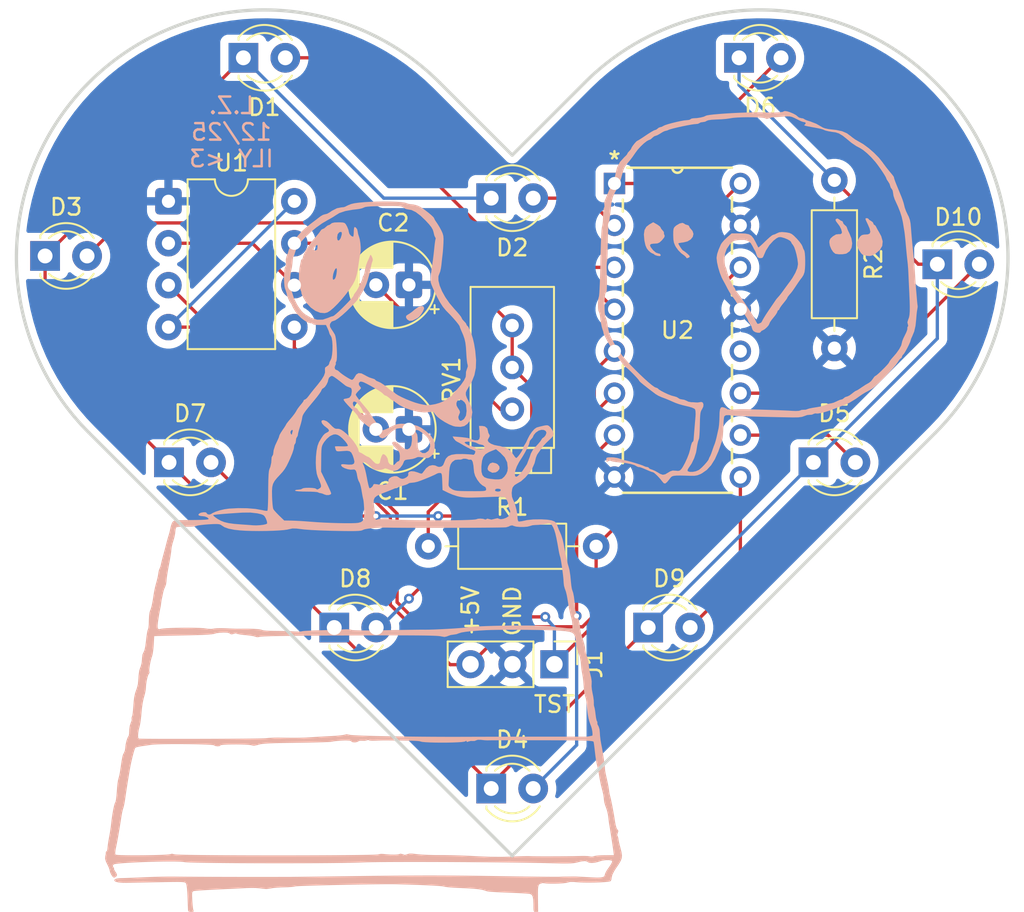
<source format=kicad_pcb>
(kicad_pcb (version 20241229) (generator "pcbnew") (generator_version "9.0")
  (layers (0 "F.Cu" signal) (2 "B.Cu" signal) (13 "F.Paste" user) (15 "B.Paste" user) (5 "F.SilkS" user "F.Silkscreen") (7 "B.SilkS" user "B.Silkscreen") (1 "F.Mask" user) (3 "B.Mask" user) (25 "Edge.Cuts" user))
  (net 0 "")
  (net 1 "GND")
  (net 2 "Net-(U1-CV)")
  (net 3 "TR")
  (net 4 "Net-(D1-A)")
  (net 5 "Net-(D1-K)")
  (net 6 "Net-(D2-A)")
  (net 7 "Net-(D3-A)")
  (net 8 "Net-(D4-A)")
  (net 9 "Net-(D5-A)")
  (net 10 "Net-(D6-A)")
  (net 11 "Net-(D7-A)")
  (net 12 "Net-(D8-A)")
  (net 13 "Net-(D9-A)")
  (net 14 "Net-(D10-A)")
  (net 15 "+5V")
  (net 16 "OUT")
  (net 17 "Net-(U1-DIS)")
  (footprint "LED_THT:LED_D3.0mm" (layer "F.Cu") (at 175.73 56)
    (property "Reference" "D10" (at 1.27 -2.85 0) (layer "F.SilkS"))
    (property "Value" "LED")
    (pad "1" thru_hole rect (at 0 0) (size 1.8 1.8) (drill 0.9) (layers "*.Cu" "*.Mask") (net 5 "Net-(D1-K)"))
    (pad "2" thru_hole circle (at 2.54 0) (size 1.8 1.8) (drill 0.9) (layers "*.Cu" "*.Mask") (net 14 "Net-(D10-A)"))
  )
  (footprint "LED_THT:LED_D3.0mm" (layer "F.Cu") (at 121.73 55.5)
    (property "Reference" "D3" (at 1.27 -2.96 0) (layer "F.SilkS"))
    (property "Value" "LED")
    (pad "1" thru_hole rect (at 0 0) (size 1.8 1.8) (drill 0.9) (layers "*.Cu" "*.Mask") (net 5 "Net-(D1-K)"))
    (pad "2" thru_hole circle (at 2.54 0) (size 1.8 1.8) (drill 0.9) (layers "*.Cu" "*.Mask") (net 7 "Net-(D3-A)"))
  )
  (footprint "LED_THT:LED_D3.0mm" (layer "F.Cu") (at 148.73 87.75)
    (property "Reference" "D4" (at 1.27 -2.96 0) (layer "F.SilkS"))
    (property "Value" "LED")
    (pad "1" thru_hole rect (at 0 0) (size 1.8 1.8) (drill 0.9) (layers "*.Cu" "*.Mask") (net 5 "Net-(D1-K)"))
    (pad "2" thru_hole circle (at 2.54 0) (size 1.8 1.8) (drill 0.9) (layers "*.Cu" "*.Mask") (net 8 "Net-(D4-A)"))
  )
  (footprint "Capacitor_THT:CP_Radial_D5.0mm_P2.00mm" (layer "F.Cu") (at 143.75 57.25 180)
    (property "Reference" "C2" (at 0.95 3.75 0) (layer "F.SilkS"))
    (property "Value" "1 uF")
    (pad "1" thru_hole roundrect (at 0 0 180) (size 1.6 1.6) (drill 0.8) (layers "*.Cu" "*.Mask") (roundrect_rratio 0.15625) (net 1 "GND"))
    (pad "2" thru_hole circle (at 2 0 180) (size 1.6 1.6) (drill 0.8) (layers "*.Cu" "*.Mask") (net 3 "TR"))
  )
  (footprint "Resistor_THT:R_Axial_DIN0207_L6.3mm_D2.5mm_P10.16mm_Horizontal" (layer "F.Cu") (at 169.5 50.92 -90)
    (property "Reference" "R2" (at 5.08 -2.37 90) (layer "F.SilkS"))
    (property "Value" "470")
    (pad "1" thru_hole circle (at 0 0 270) (size 1.6 1.6) (drill 0.8) (layers "*.Cu" "*.Mask") (net 5 "Net-(D1-K)"))
    (pad "2" thru_hole circle (at 10.16 0 270) (size 1.6 1.6) (drill 0.8) (layers "*.Cu" "*.Mask") (net 1 "GND"))
  )
  (footprint "Resistor_THT:R_Axial_DIN0207_L6.3mm_D2.5mm_P10.16mm_Horizontal" (layer "F.Cu") (at 155.08 73.08 180)
    (property "Reference" "R1" (at 5.08 2.37 0) (layer "F.SilkS"))
    (property "Value" "1k")
    (pad "1" thru_hole circle (at 0 0 180) (size 1.6 1.6) (drill 0.8) (layers "*.Cu" "*.Mask") (net 15 "+5V"))
    (pad "2" thru_hole circle (at 10.16 0 180) (size 1.6 1.6) (drill 0.8) (layers "*.Cu" "*.Mask") (net 17 "Net-(U1-DIS)"))
  )
  (footprint "LED_THT:LED_D3.0mm" (layer "F.Cu") (at 158.23 78)
    (property "Reference" "D9" (at 1.27 -2.96 0) (layer "F.SilkS"))
    (property "Value" "LED")
    (pad "1" thru_hole rect (at 0 0) (size 1.8 1.8) (drill 0.9) (layers "*.Cu" "*.Mask") (net 5 "Net-(D1-K)"))
    (pad "2" thru_hole circle (at 2.54 0) (size 1.8 1.8) (drill 0.9) (layers "*.Cu" "*.Mask") (net 13 "Net-(D9-A)"))
  )
  (footprint "LED_THT:LED_D3.0mm" (layer "F.Cu") (at 139.23 78)
    (property "Reference" "D8" (at 1.27 -2.96 0) (layer "F.SilkS"))
    (property "Value" "LED")
    (pad "1" thru_hole rect (at 0 0) (size 1.8 1.8) (drill 0.9) (layers "*.Cu" "*.Mask") (net 5 "Net-(D1-K)"))
    (pad "2" thru_hole circle (at 2.54 0) (size 1.8 1.8) (drill 0.9) (layers "*.Cu" "*.Mask") (net 12 "Net-(D8-A)"))
  )
  (footprint "LED_THT:LED_D3.0mm" (layer "F.Cu") (at 129.23 68)
    (property "Reference" "D7" (at 1.27 -2.96 0) (layer "F.SilkS"))
    (property "Value" "LED")
    (pad "1" thru_hole rect (at 0 0) (size 1.8 1.8) (drill 0.9) (layers "*.Cu" "*.Mask") (net 5 "Net-(D1-K)"))
    (pad "2" thru_hole circle (at 2.54 0) (size 1.8 1.8) (drill 0.9) (layers "*.Cu" "*.Mask") (net 11 "Net-(D7-A)"))
  )
  (footprint "LED_THT:LED_D3.0mm" (layer "F.Cu") (at 148.73 52)
    (property "Reference" "D2" (at 1.27 3 0) (layer "F.SilkS"))
    (property "Value" "LED")
    (pad "1" thru_hole rect (at 0 0) (size 1.8 1.8) (drill 0.9) (layers "*.Cu" "*.Mask") (net 5 "Net-(D1-K)"))
    (pad "2" thru_hole circle (at 2.54 0) (size 1.8 1.8) (drill 0.9) (layers "*.Cu" "*.Mask") (net 6 "Net-(D2-A)"))
  )
  (footprint "Package_DIP:DIP-8_W7.62mm" (layer "F.Cu") (at 129.195 52.19)
    (property "Reference" "U1" (at 3.81 -2.33 0) (layer "F.SilkS"))
    (property "Value" "NE555P")
    (pad "1" thru_hole roundrect (at 0 0) (size 1.6 1.6) (drill 0.8) (layers "*.Cu" "*.Mask") (roundrect_rratio 0.15625) (net 1 "GND"))
    (pad "2" thru_hole circle (at 0 2.54) (size 1.6 1.6) (drill 0.8) (layers "*.Cu" "*.Mask") (net 3 "TR"))
    (pad "3" thru_hole circle (at 0 5.08) (size 1.6 1.6) (drill 0.8) (layers "*.Cu" "*.Mask") (net 16 "OUT"))
    (pad "4" thru_hole circle (at 0 7.62) (size 1.6 1.6) (drill 0.8) (layers "*.Cu" "*.Mask") (net 15 "+5V"))
    (pad "5" thru_hole circle (at 7.62 7.62) (size 1.6 1.6) (drill 0.8) (layers "*.Cu" "*.Mask") (net 2 "Net-(U1-CV)"))
    (pad "6" thru_hole circle (at 7.62 5.08) (size 1.6 1.6) (drill 0.8) (layers "*.Cu" "*.Mask") (net 3 "TR"))
    (pad "7" thru_hole circle (at 7.62 2.54) (size 1.6 1.6) (drill 0.8) (layers "*.Cu" "*.Mask") (net 17 "Net-(U1-DIS)"))
    (pad "8" thru_hole circle (at 7.62 0) (size 1.6 1.6) (drill 0.8) (layers "*.Cu" "*.Mask") (net 15 "+5V"))
  )
  (footprint "4017:N16" (layer "F.Cu") (at 163.81 68.89)
    (property "Reference" "U2" (at -3.81 -8.89 0) (layer "F.SilkS"))
    (property "Value" "4017")
    (fp_text user "*" (at -7.62 -19.1897 0) (layer "F.SilkS"))
    (pad "1" thru_hole rect (at -7.62 -17.78) (size 1.2954 1.2954) (drill 0.7874) (layers "*.Cu" "*.Mask") (net 10 "Net-(D6-A)"))
    (pad "2" thru_hole circle (at -7.62 -15.24) (size 1.2954 1.2954) (drill 0.7874) (layers "*.Cu" "*.Mask") (net 6 "Net-(D2-A)"))
    (pad "3" thru_hole circle (at -7.62 -12.7) (size 1.2954 1.2954) (drill 0.7874) (layers "*.Cu" "*.Mask") (net 4 "Net-(D1-A)"))
    (pad "4" thru_hole circle (at -7.62 -10.16) (size 1.2954 1.2954) (drill 0.7874) (layers "*.Cu" "*.Mask") (net 7 "Net-(D3-A)"))
    (pad "5" thru_hole circle (at -7.62 -7.62) (size 1.2954 1.2954) (drill 0.7874) (layers "*.Cu" "*.Mask") (net 11 "Net-(D7-A)"))
    (pad "6" thru_hole circle (at -7.62 -5.08) (size 1.2954 1.2954) (drill 0.7874) (layers "*.Cu" "*.Mask") (net 12 "Net-(D8-A)"))
    (pad "7" thru_hole circle (at -7.62 -2.54) (size 1.2954 1.2954) (drill 0.7874) (layers "*.Cu" "*.Mask") (net 8 "Net-(D4-A)"))
    (pad "8" thru_hole circle (at -7.62 0) (size 1.2954 1.2954) (drill 0.7874) (layers "*.Cu" "*.Mask") (net 1 "GND"))
    (pad "9" thru_hole circle (at 0 0) (size 1.2954 1.2954) (drill 0.7874) (layers "*.Cu" "*.Mask") (net 13 "Net-(D9-A)"))
    (pad "10" thru_hole circle (at 0 -2.54) (size 1.2954 1.2954) (drill 0.7874) (layers "*.Cu" "*.Mask") (net 9 "Net-(D5-A)"))
    (pad "11" thru_hole circle (at 0 -5.08) (size 1.2954 1.2954) (drill 0.7874) (layers "*.Cu" "*.Mask") (net 14 "Net-(D10-A)"))
    (pad "12" thru_hole circle (at 0 -7.62) (size 1.2954 1.2954) (drill 0.7874) (layers "*.Cu" "*.Mask"))
    (pad "13" thru_hole circle (at 0 -10.16) (size 1.2954 1.2954) (drill 0.7874) (layers "*.Cu" "*.Mask") (net 1 "GND"))
    (pad "14" thru_hole circle (at 0 -12.7) (size 1.2954 1.2954) (drill 0.7874) (layers "*.Cu" "*.Mask") (net 16 "OUT"))
    (pad "15" thru_hole circle (at 0 -15.24) (size 1.2954 1.2954) (drill 0.7874) (layers "*.Cu" "*.Mask") (net 1 "GND"))
    (pad "16" thru_hole circle (at 0 -17.78) (size 1.2954 1.2954) (drill 0.7874) (layers "*.Cu" "*.Mask") (net 15 "+5V"))
  )
  (footprint "Potentiometer_THT:Potentiometer_Bourns_3296X_Horizontal" (layer "F.Cu") (at 150 59.71 90)
    (property "Reference" "RV1" (at -3.3 -3.66 90) (layer "F.SilkS"))
    (property "Value" "50k")
    (pad "1" thru_hole circle (at 0 0 90) (size 1.44 1.44) (drill 0.8) (layers "*.Cu" "*.Mask") (net 17 "Net-(U1-DIS)"))
    (pad "2" thru_hole circle (at -2.54 0 90) (size 1.44 1.44) (drill 0.8) (layers "*.Cu" "*.Mask") (net 17 "Net-(U1-DIS)"))
    (pad "3" thru_hole circle (at -5.08 0 90) (size 1.44 1.44) (drill 0.8) (layers "*.Cu" "*.Mask") (net 3 "TR"))
  )
  (footprint "LED_THT:LED_D3.0mm" (layer "F.Cu") (at 168.23 68)
    (property "Reference" "D5" (at 1.27 -2.96 0) (layer "F.SilkS"))
    (property "Value" "LED")
    (pad "1" thru_hole rect (at 0 0) (size 1.8 1.8) (drill 0.9) (layers "*.Cu" "*.Mask") (net 5 "Net-(D1-K)"))
    (pad "2" thru_hole circle (at 2.54 0) (size 1.8 1.8) (drill 0.9) (layers "*.Cu" "*.Mask") (net 9 "Net-(D5-A)"))
  )
  (footprint "Capacitor_THT:CP_Radial_D5.0mm_P2.00mm" (layer "F.Cu") (at 143.75 66 180)
    (property "Reference" "C1" (at 1 -3.75 0) (layer "F.SilkS"))
    (property "Value" "0.01 uF")
    (pad "1" thru_hole roundrect (at 0 0 180) (size 1.6 1.6) (drill 0.8) (layers "*.Cu" "*.Mask") (roundrect_rratio 0.15625) (net 1 "GND"))
    (pad "2" thru_hole circle (at 2 0 180) (size 1.6 1.6) (drill 0.8) (layers "*.Cu" "*.Mask") (net 2 "Net-(U1-CV)"))
  )
  (footprint "LED_THT:LED_D3.0mm" (layer "F.Cu") (at 133.73 43.5)
    (property "Reference" "D1" (at 1.27 3 0) (layer "F.SilkS"))
    (property "Value" "LED")
    (pad "1" thru_hole rect (at 0 0) (size 1.8 1.8) (drill 0.9) (layers "*.Cu" "*.Mask") (net 5 "Net-(D1-K)"))
    (pad "2" thru_hole circle (at 2.54 0) (size 1.8 1.8) (drill 0.9) (layers "*.Cu" "*.Mask") (net 4 "Net-(D1-A)"))
  )
  (footprint "LED_THT:LED_D3.0mm" (layer "F.Cu") (at 163.73 43.5)
    (property "Reference" "D6" (at 1.28 2.97 0) (layer "F.SilkS"))
    (property "Value" "LED")
    (pad "1" thru_hole rect (at 0 0) (size 1.8 1.8) (drill 0.9) (layers "*.Cu" "*.Mask") (net 5 "Net-(D1-K)"))
    (pad "2" thru_hole circle (at 2.54 0) (size 1.8 1.8) (drill 0.9) (layers "*.Cu" "*.Mask") (net 10 "Net-(D6-A)"))
  )
  (footprint "Connector_PinHeader_2.54mm:PinHeader_1x03_P2.54mm_Vertical" (layer "F.Cu") (at 152.555 80.225 -90)
    (property "Reference" "J1" (at 0 -2.38 90) (layer "F.SilkS"))
    (property "Value" "Conn_01x03_Pin")
    (pad "1" thru_hole rect (at 0 0 270) (size 1.7 1.7) (drill 1) (layers "*.Cu" "*.Mask") (net 16 "OUT"))
    (pad "2" thru_hole circle (at 0 2.54 270) (size 1.7 1.7) (drill 1) (layers "*.Cu" "*.Mask") (net 1 "GND"))
    (pad "3" thru_hole circle (at 0 5.08 270) (size 1.7 1.7) (drill 1) (layers "*.Cu" "*.Mask") (net 15 "+5V"))
  )
  (footprint "snoopyFixedActualFinalV3" (layer "B.Cu") (at 143.260244 70.21401 180)
    (property "Reference" "G***" (hide yes))
    (property "Value" "LOGO" (hide yes))
  )
  (gr_line (start 150.000001 49.393398) (end 145.606602 44.999999) (stroke (width 0.2)) (layer "Edge.Cuts"))
  (gr_line (start 154.393397 45.000002) (end 150.000001 49.393398) (stroke (width 0.2)) (layer "Edge.Cuts"))
  (gr_line (start 175.606601 66.213205) (end 150.000001 91.819805) (stroke (width 0.2)) (layer "Edge.Cuts"))
  (gr_arc (start 124.393399 66.213203) (mid 124.393398 44.999998) (end 145.606602 44.999999) (stroke (width 0.2)) (layer "Edge.Cuts"))
  (gr_line (start 150.000001 91.819805) (end 124.393399 66.213203) (stroke (width 0.2)) (layer "Edge.Cuts"))
  (gr_arc (start 154.393397 45.000002) (mid 175.6066 44.999999) (end 175.606601 66.213205) (stroke (width 0.2)) (layer "Edge.Cuts"))
  (gr_text "TST" (at 152.555 82.65 0) (layer "F.SilkS") (effects (font (size 1 1))))
  (gr_text "GND" (at 150.015 77 90) (layer "F.SilkS") (effects (font (size 1 1))))
  (gr_text "+5V" (at 147.475 77 90) (layer "F.SilkS") (effects (font (size 1 1))))
  (gr_text "L.Z.\n12/25\nILY <3" (at 133.005 48 0) (layer "B.SilkS") (effects (font (size 1 1)) (justify mirror)))
  (segment (start 136.815 59.81) (end 136.815 61.065) (width 0.2) (layer "F.Cu") (net 2))
  (segment (start 136.815 61.065) (end 141.75 66) (width 0.2) (layer "F.Cu") (net 2))
  (segment (start 136.815 57.27) (end 141.73 57.27) (width 0.2) (layer "F.Cu") (net 3))
  (segment (start 141.75 57.25) (end 149.29 64.79) (width 0.2) (layer "F.Cu") (net 3))
  (segment (start 134.275 54.73) (end 136.815 57.27) (width 0.2) (layer "F.Cu") (net 3))
  (segment (start 129.195 54.73) (end 134.275 54.73) (width 0.2) (layer "F.Cu") (net 3))
  (segment (start 150 64.79) (end 149.29 64.79) (width 0.2) (layer "F.Cu") (net 3))
  (segment (start 141.73 57.27) (end 141.75 57.25) (width 0.2) (layer "F.Cu") (net 3))
  (segment (start 156.19 56.19) (end 150.518 56.19) (width 0.2) (layer "F.Cu") (net 4))
  (segment (start 137.828 43.5) (end 136.27 43.5) (width 0.2) (layer "F.Cu") (net 4))
  (segment (start 137.828 43.5) (end 150.518 56.19) (width 0.2) (layer "F.Cu") (net 4))
  (segment (start 174.58 56) (end 169.5 50.92) (width 0.2) (layer "F.Cu") (net 5))
  (segment (start 148.73 87.75) (end 148.73 87.5) (width 0.2) (layer "F.Cu") (net 5))
  (segment (start 175.73 56) (end 174.58 56) (width 0.2) (layer "F.Cu") (net 5))
  (segment (start 133.73 43.5) (end 121.73 55.5) (width 0.2) (layer "F.Cu") (net 5))
  (segment (start 121.73 55.5) (end 121.73 60.5) (width 0.2) (layer "F.Cu") (net 5))
  (segment (start 129.23 68) (end 139.23 78) (width 0.2) (layer "F.Cu") (net 5))
  (segment (start 121.73 60.5) (end 129.23 68) (width 0.2) (layer "F.Cu") (net 5))
  (segment (start 148.73 87.5) (end 158.23 78) (width 0.2) (layer "F.Cu") (net 5))
  (segment (start 148.73 87.5) (end 139.23 78) (width 0.2) (layer "F.Cu") (net 5))
  (segment (start 163.73 45.15) (end 169.5 50.92) (width 0.2) (layer "B.Cu") (net 5))
  (segment (start 133.73 43.5) (end 142.23 52) (width 0.2) (layer "B.Cu") (net 5))
  (segment (start 163.73 43.5) (end 163.73 45.15) (width 0.2) (layer "B.Cu") (net 5))
  (segment (start 168.23 68) (end 175.73 60.5) (width 0.2) (layer "B.Cu") (net 5))
  (segment (start 175.73 60.5) (end 175.73 56) (width 0.2) (layer "B.Cu") (net 5))
  (segment (start 142.23 52) (end 148.73 52) (width 0.2) (layer "B.Cu") (net 5))
  (segment (start 158.23 78) (end 168.23 68) (width 0.2) (layer "B.Cu") (net 5))
  (segment (start 151.27 52) (end 154.54 52) (width 0.2) (layer "F.Cu") (net 6))
  (segment (start 154.54 52) (end 156.19 53.65) (width 0.2) (layer "F.Cu") (net 6))
  (segment (start 147.2609 53.5) (end 150.3519 56.591) (width 0.2) (layer "F.Cu") (net 7))
  (segment (start 124.27 55.5) (end 126.27 53.5) (width 0.2) (layer "F.Cu") (net 7))
  (segment (start 156.19 58.73) (end 154.051 56.591) (width 0.2) (layer "F.Cu") (net 7))
  (segment (start 150.3519 56.591) (end 154.051 56.591) (width 0.2) (layer "F.Cu") (net 7))
  (segment (start 126.27 53.5) (end 147.2609 53.5) (width 0.2) (layer "F.Cu") (net 7))
  (segment (start 153.9 77.3) (end 153.9 68.64) (width 0.2) (layer "F.Cu") (net 8))
  (segment (start 153.9 68.64) (end 156.19 66.35) (width 0.2) (layer "F.Cu") (net 8))
  (via (at 153.9 77.3) (size 0.6) (drill 0.3) (layers "F.Cu" "B.Cu") (net 8))
  (segment (start 153.9 85.12) (end 151.27 87.75) (width 0.2) (layer "B.Cu") (net 8))
  (segment (start 153.9 77.3) (end 153.9 85.12) (width 0.2) (layer "B.Cu") (net 8))
  (segment (start 169.12 66.35) (end 170.77 68) (width 0.2) (layer "F.Cu") (net 9))
  (segment (start 163.81 66.35) (end 169.12 66.35) (width 0.2) (layer "F.Cu") (net 9))
  (segment (start 166.27 43.5) (end 158.66 51.11) (width 0.2) (layer "F.Cu") (net 10))
  (segment (start 158.66 51.11) (end 156.19 51.11) (width 0.2) (layer "F.Cu") (net 10))
  (segment (start 148.1829 71.25) (end 145.52 71.25) (width 0.2) (layer "F.Cu") (net 11))
  (segment (start 154.96645 62.49355) (end 154.96645 64.46645) (width 0.2) (layer "F.Cu") (net 11))
  (segment (start 135.02 71.25) (end 131.77 68) (width 0.2) (layer "F.Cu") (net 11))
  (segment (start 148.1829 71.25) (end 154.96645 64.46645) (width 0.2) (layer "F.Cu") (net 11))
  (segment (start 141.75 71.25) (end 135.02 71.25) (width 0.2) (layer "F.Cu") (net 11))
  (segment (start 156.19 61.27) (end 154.96645 62.49355) (width 0.2) (layer "F.Cu") (net 11))
  (via (at 145.52 71.25) (size 0.6) (drill 0.3) (layers "F.Cu" "B.Cu") (net 11))
  (via (at 141.75 71.25) (size 0.6) (drill 0.3) (layers "F.Cu" "B.Cu") (net 11))
  (segment (start 145.52 71.25) (end 141.75 71.25) (width 0.2) (layer "B.Cu") (net 11))
  (segment (start 143.75 76.25) (end 156.19 63.81) (width 0.2) (layer "F.Cu") (net 12))
  (via (at 143.75 76.25) (size 0.6) (drill 0.3) (layers "F.Cu" "B.Cu") (net 12))
  (segment (start 143.75 76.25) (end 142 78) (width 0.2) (layer "B.Cu") (net 12))
  (segment (start 142 78) (end 141.77 78) (width 0.2) (layer "B.Cu") (net 12))
  (segment (start 163.81 74.96) (end 160.77 78) (width 0.2) (layer "F.Cu") (net 13))
  (segment (start 163.81 68.89) (end 163.81 74.96) (width 0.2) (layer "F.Cu") (net 13))
  (segment (start 170.46 63.81) (end 178.27 56) (width 0.2) (layer "F.Cu") (net 14))
  (segment (start 163.81 63.81) (end 170.46 63.81) (width 0.2) (layer "F.Cu") (net 14))
  (segment (start 161 67.16) (end 161 53.92) (width 0.2) (layer "F.Cu") (net 15))
  (segment (start 149.74355 77.95645) (end 147.475 80.225) (width 0.2) (layer "F.Cu") (net 15))
  (segment (start 146.25 80.25) (end 147.45 80.25) (width 0.2) (layer "F.Cu") (net 15))
  (segment (start 161 53.92) (end 163.81 51.11) (width 0.2) (layer "F.Cu") (net 15))
  (segment (start 129.195 59.81) (end 131.1679 59.81) (width 0.2) (layer "F.Cu") (net 15))
  (segment (start 142.625 76.625) (end 146.25 80.25) (width 0.2) (layer "F.Cu") (net 15))
  (segment (start 155.08 77.1329) (end 154.25645 77.95645) (width 0.2) (layer "F.Cu") (net 15))
  (segment (start 131.1679 59.81) (end 142.625 71.2671) (width 0.2) (layer "F.Cu") (net 15))
  (segment (start 142.625 71.2671) (end 142.625 76.625) (width 0.2) (layer "F.Cu") (net 15))
  (segment (start 155.08 73.08) (end 161 67.16) (width 0.2) (layer "F.Cu") (net 15))
  (segment (start 147.45 80.25) (end 147.475 80.225) (width 0.2) (layer "F.Cu") (net 15))
  (segment (start 154.25645 77.95645) (end 149.74355 77.95645) (width 0.2) (layer "F.Cu") (net 15))
  (segment (start 155.08 73.08) (end 155.08 77.1329) (width 0.2) (layer "F.Cu") (net 15))
  (segment (start 136.815 52.19) (end 129.195 59.81) (width 0.2) (layer "B.Cu") (net 15))
  (segment (start 161.401 58.599) (end 163.81 56.19) (width 0.2) (layer "F.Cu") (net 16))
  (segment (start 143.03355 76.46645) (end 143.03355 71.10855) (width 0.2) (layer "F.Cu") (net 16))
  (segment (start 152.555 80.225) (end 161.401 71.379) (width 0.2) (layer "F.Cu") (net 16))
  (segment (start 143.03355 71.10855) (end 129.195 57.27) (width 0.2) (layer "F.Cu") (net 16))
  (segment (start 161.401 71.379) (end 161.401 58.599) (width 0.2) (layer "F.Cu") (net 16))
  (segment (start 143.92355 77.35645) (end 143.03355 76.46645) (width 0.2) (layer "F.Cu") (net 16))
  (segment (start 152 77.35645) (end 143.92355 77.35645) (width 0.2) (layer "F.Cu") (net 16))
  (via (at 152 77.35645) (size 0.6) (drill 0.3) (layers "F.Cu" "B.Cu") (net 16))
  (segment (start 152 77.35645) (end 152.555 78.01145) (width 0.2) (layer "B.Cu") (net 16))
  (segment (start 152.555 78.01145) (end 152.555 80.225) (width 0.2) (layer "B.Cu") (net 16))
  (segment (start 150 62.25) (end 151.1829 63.4329) (width 0.2) (layer "F.Cu") (net 17))
  (segment (start 151.1829 63.4329) (end 151.1829 67.6829) (width 0.2) (layer "F.Cu") (net 17))
  (segment (start 150 59.7) (end 145.03 54.73) (width 0.2) (layer "F.Cu") (net 17))
  (segment (start 144.92 71.000057) (end 145.804257 70.1158) (width 0.2) (layer "F.Cu") (net 17))
  (segment (start 148.75 70.1158) (end 151.1829 67.6829) (width 0.2) (layer "F.Cu") (net 17))
  (segment (start 145.804257 70.1158) (end 148.75 70.1158) (width 0.2) (layer "F.Cu") (net 17))
  (segment (start 145.03 54.73) (end 136.815 54.73) (width 0.2) (layer "F.Cu") (net 17))
  (segment (start 150 59.71) (end 150 62.25) (width 0.2) (layer "F.Cu") (net 17))
  (segment (start 144.92 73.08) (end 144.92 71.000057) (width 0.2) (layer "F.Cu") (net 17))
  (segment (start 150 59.71) (end 150 59.7) (width 0.2) (layer "F.Cu") (net 17))
  (zone (net 1) (net_name "GND") (layer "B.Cu") (connect_pads (clearance 0.5)) (min_thickness 0.25) (fill yes (thermal_gap 0.5) (thermal_bridge_width 0.5))
    (polygon (pts (xy 119 40) (xy 181 40) (xy 181 93) (xy 119 93)))
  )
)
</source>
